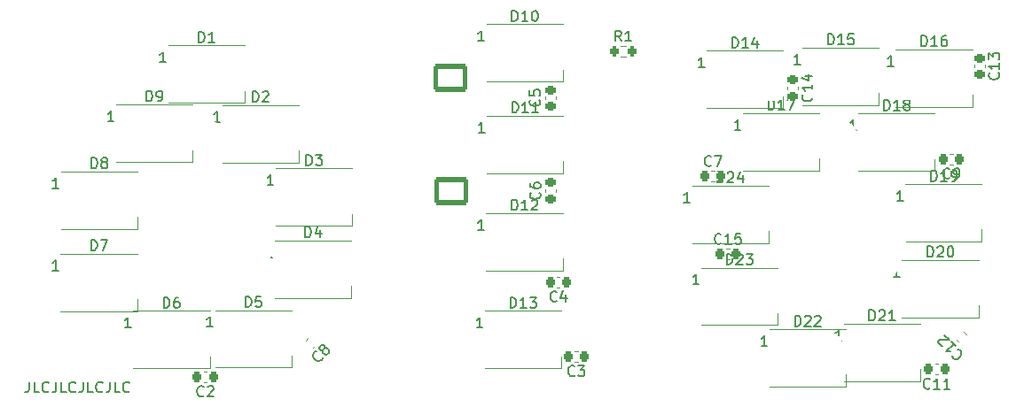
<source format=gbr>
%TF.GenerationSoftware,KiCad,Pcbnew,(6.0.9)*%
%TF.CreationDate,2023-04-01T13:25:34-08:00*%
%TF.ProjectId,HYD ISO PANEL,48594420-4953-44f2-9050-414e454c2e6b,3*%
%TF.SameCoordinates,Original*%
%TF.FileFunction,Legend,Top*%
%TF.FilePolarity,Positive*%
%FSLAX46Y46*%
G04 Gerber Fmt 4.6, Leading zero omitted, Abs format (unit mm)*
G04 Created by KiCad (PCBNEW (6.0.9)) date 2023-04-01 13:25:34*
%MOMM*%
%LPD*%
G01*
G04 APERTURE LIST*
G04 Aperture macros list*
%AMRoundRect*
0 Rectangle with rounded corners*
0 $1 Rounding radius*
0 $2 $3 $4 $5 $6 $7 $8 $9 X,Y pos of 4 corners*
0 Add a 4 corners polygon primitive as box body*
4,1,4,$2,$3,$4,$5,$6,$7,$8,$9,$2,$3,0*
0 Add four circle primitives for the rounded corners*
1,1,$1+$1,$2,$3*
1,1,$1+$1,$4,$5*
1,1,$1+$1,$6,$7*
1,1,$1+$1,$8,$9*
0 Add four rect primitives between the rounded corners*
20,1,$1+$1,$2,$3,$4,$5,0*
20,1,$1+$1,$4,$5,$6,$7,0*
20,1,$1+$1,$6,$7,$8,$9,0*
20,1,$1+$1,$8,$9,$2,$3,0*%
G04 Aperture macros list end*
%ADD10C,0.150000*%
%ADD11C,0.120000*%
%ADD12C,4.300000*%
%ADD13C,12.700000*%
%ADD14C,3.572000*%
%ADD15R,1.500000X0.900000*%
%ADD16RoundRect,0.225000X0.225000X0.250000X-0.225000X0.250000X-0.225000X-0.250000X0.225000X-0.250000X0*%
%ADD17RoundRect,0.225000X0.250000X-0.225000X0.250000X0.225000X-0.250000X0.225000X-0.250000X-0.225000X0*%
%ADD18RoundRect,0.225000X-0.225000X-0.250000X0.225000X-0.250000X0.225000X0.250000X-0.225000X0.250000X0*%
%ADD19RoundRect,0.225000X-0.017678X0.335876X-0.335876X0.017678X0.017678X-0.335876X0.335876X-0.017678X0*%
%ADD20RoundRect,0.225000X0.335876X0.017678X0.017678X0.335876X-0.335876X-0.017678X-0.017678X-0.335876X0*%
%ADD21RoundRect,0.225000X-0.250000X0.225000X-0.250000X-0.225000X0.250000X-0.225000X0.250000X0.225000X0*%
%ADD22RoundRect,0.200000X-0.200000X-0.275000X0.200000X-0.275000X0.200000X0.275000X-0.200000X0.275000X0*%
%ADD23RoundRect,0.250001X1.399999X-1.099999X1.399999X1.099999X-1.399999X1.099999X-1.399999X-1.099999X0*%
%ADD24O,3.300000X2.700000*%
%ADD25R,1.800000X1.800000*%
%ADD26C,1.800000*%
G04 APERTURE END LIST*
D10*
X74710952Y-97632380D02*
X74710952Y-98346666D01*
X74663333Y-98489523D01*
X74568095Y-98584761D01*
X74425238Y-98632380D01*
X74330000Y-98632380D01*
X75663333Y-98632380D02*
X75187142Y-98632380D01*
X75187142Y-97632380D01*
X76568095Y-98537142D02*
X76520476Y-98584761D01*
X76377619Y-98632380D01*
X76282380Y-98632380D01*
X76139523Y-98584761D01*
X76044285Y-98489523D01*
X75996666Y-98394285D01*
X75949047Y-98203809D01*
X75949047Y-98060952D01*
X75996666Y-97870476D01*
X76044285Y-97775238D01*
X76139523Y-97680000D01*
X76282380Y-97632380D01*
X76377619Y-97632380D01*
X76520476Y-97680000D01*
X76568095Y-97727619D01*
X77282380Y-97632380D02*
X77282380Y-98346666D01*
X77234761Y-98489523D01*
X77139523Y-98584761D01*
X76996666Y-98632380D01*
X76901428Y-98632380D01*
X78234761Y-98632380D02*
X77758571Y-98632380D01*
X77758571Y-97632380D01*
X79139523Y-98537142D02*
X79091904Y-98584761D01*
X78949047Y-98632380D01*
X78853809Y-98632380D01*
X78710952Y-98584761D01*
X78615714Y-98489523D01*
X78568095Y-98394285D01*
X78520476Y-98203809D01*
X78520476Y-98060952D01*
X78568095Y-97870476D01*
X78615714Y-97775238D01*
X78710952Y-97680000D01*
X78853809Y-97632380D01*
X78949047Y-97632380D01*
X79091904Y-97680000D01*
X79139523Y-97727619D01*
X79853809Y-97632380D02*
X79853809Y-98346666D01*
X79806190Y-98489523D01*
X79710952Y-98584761D01*
X79568095Y-98632380D01*
X79472857Y-98632380D01*
X80806190Y-98632380D02*
X80330000Y-98632380D01*
X80330000Y-97632380D01*
X81710952Y-98537142D02*
X81663333Y-98584761D01*
X81520476Y-98632380D01*
X81425238Y-98632380D01*
X81282380Y-98584761D01*
X81187142Y-98489523D01*
X81139523Y-98394285D01*
X81091904Y-98203809D01*
X81091904Y-98060952D01*
X81139523Y-97870476D01*
X81187142Y-97775238D01*
X81282380Y-97680000D01*
X81425238Y-97632380D01*
X81520476Y-97632380D01*
X81663333Y-97680000D01*
X81710952Y-97727619D01*
X82425238Y-97632380D02*
X82425238Y-98346666D01*
X82377619Y-98489523D01*
X82282380Y-98584761D01*
X82139523Y-98632380D01*
X82044285Y-98632380D01*
X83377619Y-98632380D02*
X82901428Y-98632380D01*
X82901428Y-97632380D01*
X84282380Y-98537142D02*
X84234761Y-98584761D01*
X84091904Y-98632380D01*
X83996666Y-98632380D01*
X83853809Y-98584761D01*
X83758571Y-98489523D01*
X83710952Y-98394285D01*
X83663333Y-98203809D01*
X83663333Y-98060952D01*
X83710952Y-97870476D01*
X83758571Y-97775238D01*
X83853809Y-97680000D01*
X83996666Y-97632380D01*
X84091904Y-97632380D01*
X84234761Y-97680000D01*
X84282380Y-97727619D01*
%TO.C,D1*%
X90893504Y-65151180D02*
X90893504Y-64151180D01*
X91131600Y-64151180D01*
X91274457Y-64198800D01*
X91369695Y-64294038D01*
X91417314Y-64389276D01*
X91464933Y-64579752D01*
X91464933Y-64722609D01*
X91417314Y-64913085D01*
X91369695Y-65008323D01*
X91274457Y-65103561D01*
X91131600Y-65151180D01*
X90893504Y-65151180D01*
X92417314Y-65151180D02*
X91845885Y-65151180D01*
X92131600Y-65151180D02*
X92131600Y-64151180D01*
X92036361Y-64294038D01*
X91941123Y-64389276D01*
X91845885Y-64436895D01*
X87767314Y-67051180D02*
X87195885Y-67051180D01*
X87481600Y-67051180D02*
X87481600Y-66051180D01*
X87386361Y-66194038D01*
X87291123Y-66289276D01*
X87195885Y-66336895D01*
%TO.C,D2*%
X96047504Y-70840780D02*
X96047504Y-69840780D01*
X96285600Y-69840780D01*
X96428457Y-69888400D01*
X96523695Y-69983638D01*
X96571314Y-70078876D01*
X96618933Y-70269352D01*
X96618933Y-70412209D01*
X96571314Y-70602685D01*
X96523695Y-70697923D01*
X96428457Y-70793161D01*
X96285600Y-70840780D01*
X96047504Y-70840780D01*
X96999885Y-69936019D02*
X97047504Y-69888400D01*
X97142742Y-69840780D01*
X97380838Y-69840780D01*
X97476076Y-69888400D01*
X97523695Y-69936019D01*
X97571314Y-70031257D01*
X97571314Y-70126495D01*
X97523695Y-70269352D01*
X96952266Y-70840780D01*
X97571314Y-70840780D01*
X92921314Y-72740780D02*
X92349885Y-72740780D01*
X92635600Y-72740780D02*
X92635600Y-71740780D01*
X92540361Y-71883638D01*
X92445123Y-71978876D01*
X92349885Y-72026495D01*
%TO.C,D3*%
X101166704Y-76911580D02*
X101166704Y-75911580D01*
X101404800Y-75911580D01*
X101547657Y-75959200D01*
X101642895Y-76054438D01*
X101690514Y-76149676D01*
X101738133Y-76340152D01*
X101738133Y-76483009D01*
X101690514Y-76673485D01*
X101642895Y-76768723D01*
X101547657Y-76863961D01*
X101404800Y-76911580D01*
X101166704Y-76911580D01*
X102071466Y-75911580D02*
X102690514Y-75911580D01*
X102357180Y-76292533D01*
X102500038Y-76292533D01*
X102595276Y-76340152D01*
X102642895Y-76387771D01*
X102690514Y-76483009D01*
X102690514Y-76721104D01*
X102642895Y-76816342D01*
X102595276Y-76863961D01*
X102500038Y-76911580D01*
X102214323Y-76911580D01*
X102119085Y-76863961D01*
X102071466Y-76816342D01*
X98040514Y-78811580D02*
X97469085Y-78811580D01*
X97754800Y-78811580D02*
X97754800Y-77811580D01*
X97659561Y-77954438D01*
X97564323Y-78049676D01*
X97469085Y-78097295D01*
%TO.C,D4*%
X101076704Y-83794780D02*
X101076704Y-82794780D01*
X101314800Y-82794780D01*
X101457657Y-82842400D01*
X101552895Y-82937638D01*
X101600514Y-83032876D01*
X101648133Y-83223352D01*
X101648133Y-83366209D01*
X101600514Y-83556685D01*
X101552895Y-83651923D01*
X101457657Y-83747161D01*
X101314800Y-83794780D01*
X101076704Y-83794780D01*
X102505276Y-83128114D02*
X102505276Y-83794780D01*
X102267180Y-82747161D02*
X102029085Y-83461447D01*
X102648133Y-83461447D01*
X97950514Y-85694780D02*
X97379085Y-85694780D01*
X97664800Y-85694780D02*
X97664800Y-84694780D01*
X97569561Y-84837638D01*
X97474323Y-84932876D01*
X97379085Y-84980495D01*
%TO.C,D5*%
X95375504Y-90475180D02*
X95375504Y-89475180D01*
X95613600Y-89475180D01*
X95756457Y-89522800D01*
X95851695Y-89618038D01*
X95899314Y-89713276D01*
X95946933Y-89903752D01*
X95946933Y-90046609D01*
X95899314Y-90237085D01*
X95851695Y-90332323D01*
X95756457Y-90427561D01*
X95613600Y-90475180D01*
X95375504Y-90475180D01*
X96851695Y-89475180D02*
X96375504Y-89475180D01*
X96327885Y-89951371D01*
X96375504Y-89903752D01*
X96470742Y-89856133D01*
X96708838Y-89856133D01*
X96804076Y-89903752D01*
X96851695Y-89951371D01*
X96899314Y-90046609D01*
X96899314Y-90284704D01*
X96851695Y-90379942D01*
X96804076Y-90427561D01*
X96708838Y-90475180D01*
X96470742Y-90475180D01*
X96375504Y-90427561D01*
X96327885Y-90379942D01*
X92249314Y-92375180D02*
X91677885Y-92375180D01*
X91963600Y-92375180D02*
X91963600Y-91375180D01*
X91868361Y-91518038D01*
X91773123Y-91613276D01*
X91677885Y-91660895D01*
%TO.C,D6*%
X87563904Y-90551180D02*
X87563904Y-89551180D01*
X87802000Y-89551180D01*
X87944857Y-89598800D01*
X88040095Y-89694038D01*
X88087714Y-89789276D01*
X88135333Y-89979752D01*
X88135333Y-90122609D01*
X88087714Y-90313085D01*
X88040095Y-90408323D01*
X87944857Y-90503561D01*
X87802000Y-90551180D01*
X87563904Y-90551180D01*
X88992476Y-89551180D02*
X88802000Y-89551180D01*
X88706761Y-89598800D01*
X88659142Y-89646419D01*
X88563904Y-89789276D01*
X88516285Y-89979752D01*
X88516285Y-90360704D01*
X88563904Y-90455942D01*
X88611523Y-90503561D01*
X88706761Y-90551180D01*
X88897238Y-90551180D01*
X88992476Y-90503561D01*
X89040095Y-90455942D01*
X89087714Y-90360704D01*
X89087714Y-90122609D01*
X89040095Y-90027371D01*
X88992476Y-89979752D01*
X88897238Y-89932133D01*
X88706761Y-89932133D01*
X88611523Y-89979752D01*
X88563904Y-90027371D01*
X88516285Y-90122609D01*
X84437714Y-92451180D02*
X83866285Y-92451180D01*
X84152000Y-92451180D02*
X84152000Y-91451180D01*
X84056761Y-91594038D01*
X83961523Y-91689276D01*
X83866285Y-91736895D01*
%TO.C,D7*%
X80631904Y-85065180D02*
X80631904Y-84065180D01*
X80870000Y-84065180D01*
X81012857Y-84112800D01*
X81108095Y-84208038D01*
X81155714Y-84303276D01*
X81203333Y-84493752D01*
X81203333Y-84636609D01*
X81155714Y-84827085D01*
X81108095Y-84922323D01*
X81012857Y-85017561D01*
X80870000Y-85065180D01*
X80631904Y-85065180D01*
X81536666Y-84065180D02*
X82203333Y-84065180D01*
X81774761Y-85065180D01*
X77505714Y-86965180D02*
X76934285Y-86965180D01*
X77220000Y-86965180D02*
X77220000Y-85965180D01*
X77124761Y-86108038D01*
X77029523Y-86203276D01*
X76934285Y-86250895D01*
%TO.C,D8*%
X80655104Y-77191180D02*
X80655104Y-76191180D01*
X80893200Y-76191180D01*
X81036057Y-76238800D01*
X81131295Y-76334038D01*
X81178914Y-76429276D01*
X81226533Y-76619752D01*
X81226533Y-76762609D01*
X81178914Y-76953085D01*
X81131295Y-77048323D01*
X81036057Y-77143561D01*
X80893200Y-77191180D01*
X80655104Y-77191180D01*
X81797961Y-76619752D02*
X81702723Y-76572133D01*
X81655104Y-76524514D01*
X81607485Y-76429276D01*
X81607485Y-76381657D01*
X81655104Y-76286419D01*
X81702723Y-76238800D01*
X81797961Y-76191180D01*
X81988438Y-76191180D01*
X82083676Y-76238800D01*
X82131295Y-76286419D01*
X82178914Y-76381657D01*
X82178914Y-76429276D01*
X82131295Y-76524514D01*
X82083676Y-76572133D01*
X81988438Y-76619752D01*
X81797961Y-76619752D01*
X81702723Y-76667371D01*
X81655104Y-76714990D01*
X81607485Y-76810228D01*
X81607485Y-77000704D01*
X81655104Y-77095942D01*
X81702723Y-77143561D01*
X81797961Y-77191180D01*
X81988438Y-77191180D01*
X82083676Y-77143561D01*
X82131295Y-77095942D01*
X82178914Y-77000704D01*
X82178914Y-76810228D01*
X82131295Y-76714990D01*
X82083676Y-76667371D01*
X81988438Y-76619752D01*
X77528914Y-79091180D02*
X76957485Y-79091180D01*
X77243200Y-79091180D02*
X77243200Y-78091180D01*
X77147961Y-78234038D01*
X77052723Y-78329276D01*
X76957485Y-78376895D01*
%TO.C,D9*%
X85915104Y-70789980D02*
X85915104Y-69789980D01*
X86153200Y-69789980D01*
X86296057Y-69837600D01*
X86391295Y-69932838D01*
X86438914Y-70028076D01*
X86486533Y-70218552D01*
X86486533Y-70361409D01*
X86438914Y-70551885D01*
X86391295Y-70647123D01*
X86296057Y-70742361D01*
X86153200Y-70789980D01*
X85915104Y-70789980D01*
X86962723Y-70789980D02*
X87153200Y-70789980D01*
X87248438Y-70742361D01*
X87296057Y-70694742D01*
X87391295Y-70551885D01*
X87438914Y-70361409D01*
X87438914Y-69980457D01*
X87391295Y-69885219D01*
X87343676Y-69837600D01*
X87248438Y-69789980D01*
X87057961Y-69789980D01*
X86962723Y-69837600D01*
X86915104Y-69885219D01*
X86867485Y-69980457D01*
X86867485Y-70218552D01*
X86915104Y-70313790D01*
X86962723Y-70361409D01*
X87057961Y-70409028D01*
X87248438Y-70409028D01*
X87343676Y-70361409D01*
X87391295Y-70313790D01*
X87438914Y-70218552D01*
X82788914Y-72689980D02*
X82217485Y-72689980D01*
X82503200Y-72689980D02*
X82503200Y-71689980D01*
X82407961Y-71832838D01*
X82312723Y-71928076D01*
X82217485Y-71975695D01*
%TO.C,D10*%
X120807314Y-63119180D02*
X120807314Y-62119180D01*
X121045409Y-62119180D01*
X121188266Y-62166800D01*
X121283504Y-62262038D01*
X121331123Y-62357276D01*
X121378742Y-62547752D01*
X121378742Y-62690609D01*
X121331123Y-62881085D01*
X121283504Y-62976323D01*
X121188266Y-63071561D01*
X121045409Y-63119180D01*
X120807314Y-63119180D01*
X122331123Y-63119180D02*
X121759695Y-63119180D01*
X122045409Y-63119180D02*
X122045409Y-62119180D01*
X121950171Y-62262038D01*
X121854933Y-62357276D01*
X121759695Y-62404895D01*
X122950171Y-62119180D02*
X123045409Y-62119180D01*
X123140647Y-62166800D01*
X123188266Y-62214419D01*
X123235885Y-62309657D01*
X123283504Y-62500133D01*
X123283504Y-62738228D01*
X123235885Y-62928704D01*
X123188266Y-63023942D01*
X123140647Y-63071561D01*
X123045409Y-63119180D01*
X122950171Y-63119180D01*
X122854933Y-63071561D01*
X122807314Y-63023942D01*
X122759695Y-62928704D01*
X122712076Y-62738228D01*
X122712076Y-62500133D01*
X122759695Y-62309657D01*
X122807314Y-62214419D01*
X122854933Y-62166800D01*
X122950171Y-62119180D01*
X118157314Y-65019180D02*
X117585885Y-65019180D01*
X117871600Y-65019180D02*
X117871600Y-64019180D01*
X117776361Y-64162038D01*
X117681123Y-64257276D01*
X117585885Y-64304895D01*
%TO.C,D11*%
X120846514Y-71856780D02*
X120846514Y-70856780D01*
X121084609Y-70856780D01*
X121227466Y-70904400D01*
X121322704Y-70999638D01*
X121370323Y-71094876D01*
X121417942Y-71285352D01*
X121417942Y-71428209D01*
X121370323Y-71618685D01*
X121322704Y-71713923D01*
X121227466Y-71809161D01*
X121084609Y-71856780D01*
X120846514Y-71856780D01*
X122370323Y-71856780D02*
X121798895Y-71856780D01*
X122084609Y-71856780D02*
X122084609Y-70856780D01*
X121989371Y-70999638D01*
X121894133Y-71094876D01*
X121798895Y-71142495D01*
X123322704Y-71856780D02*
X122751276Y-71856780D01*
X123036990Y-71856780D02*
X123036990Y-70856780D01*
X122941752Y-70999638D01*
X122846514Y-71094876D01*
X122751276Y-71142495D01*
X118196514Y-73756780D02*
X117625085Y-73756780D01*
X117910800Y-73756780D02*
X117910800Y-72756780D01*
X117815561Y-72899638D01*
X117720323Y-72994876D01*
X117625085Y-73042495D01*
%TO.C,D12*%
X120795714Y-81203980D02*
X120795714Y-80203980D01*
X121033809Y-80203980D01*
X121176666Y-80251600D01*
X121271904Y-80346838D01*
X121319523Y-80442076D01*
X121367142Y-80632552D01*
X121367142Y-80775409D01*
X121319523Y-80965885D01*
X121271904Y-81061123D01*
X121176666Y-81156361D01*
X121033809Y-81203980D01*
X120795714Y-81203980D01*
X122319523Y-81203980D02*
X121748095Y-81203980D01*
X122033809Y-81203980D02*
X122033809Y-80203980D01*
X121938571Y-80346838D01*
X121843333Y-80442076D01*
X121748095Y-80489695D01*
X122700476Y-80299219D02*
X122748095Y-80251600D01*
X122843333Y-80203980D01*
X123081428Y-80203980D01*
X123176666Y-80251600D01*
X123224285Y-80299219D01*
X123271904Y-80394457D01*
X123271904Y-80489695D01*
X123224285Y-80632552D01*
X122652857Y-81203980D01*
X123271904Y-81203980D01*
X118145714Y-83103980D02*
X117574285Y-83103980D01*
X117860000Y-83103980D02*
X117860000Y-82103980D01*
X117764761Y-82246838D01*
X117669523Y-82342076D01*
X117574285Y-82389695D01*
%TO.C,D13*%
X120666514Y-90551180D02*
X120666514Y-89551180D01*
X120904609Y-89551180D01*
X121047466Y-89598800D01*
X121142704Y-89694038D01*
X121190323Y-89789276D01*
X121237942Y-89979752D01*
X121237942Y-90122609D01*
X121190323Y-90313085D01*
X121142704Y-90408323D01*
X121047466Y-90503561D01*
X120904609Y-90551180D01*
X120666514Y-90551180D01*
X122190323Y-90551180D02*
X121618895Y-90551180D01*
X121904609Y-90551180D02*
X121904609Y-89551180D01*
X121809371Y-89694038D01*
X121714133Y-89789276D01*
X121618895Y-89836895D01*
X122523657Y-89551180D02*
X123142704Y-89551180D01*
X122809371Y-89932133D01*
X122952228Y-89932133D01*
X123047466Y-89979752D01*
X123095085Y-90027371D01*
X123142704Y-90122609D01*
X123142704Y-90360704D01*
X123095085Y-90455942D01*
X123047466Y-90503561D01*
X122952228Y-90551180D01*
X122666514Y-90551180D01*
X122571276Y-90503561D01*
X122523657Y-90455942D01*
X118016514Y-92451180D02*
X117445085Y-92451180D01*
X117730800Y-92451180D02*
X117730800Y-91451180D01*
X117635561Y-91594038D01*
X117540323Y-91689276D01*
X117445085Y-91736895D01*
%TO.C,D14*%
X141850114Y-65659180D02*
X141850114Y-64659180D01*
X142088209Y-64659180D01*
X142231066Y-64706800D01*
X142326304Y-64802038D01*
X142373923Y-64897276D01*
X142421542Y-65087752D01*
X142421542Y-65230609D01*
X142373923Y-65421085D01*
X142326304Y-65516323D01*
X142231066Y-65611561D01*
X142088209Y-65659180D01*
X141850114Y-65659180D01*
X143373923Y-65659180D02*
X142802495Y-65659180D01*
X143088209Y-65659180D02*
X143088209Y-64659180D01*
X142992971Y-64802038D01*
X142897733Y-64897276D01*
X142802495Y-64944895D01*
X144231066Y-64992514D02*
X144231066Y-65659180D01*
X143992971Y-64611561D02*
X143754876Y-65325847D01*
X144373923Y-65325847D01*
X139200114Y-67559180D02*
X138628685Y-67559180D01*
X138914400Y-67559180D02*
X138914400Y-66559180D01*
X138819161Y-66702038D01*
X138723923Y-66797276D01*
X138628685Y-66844895D01*
%TO.C,D15*%
X150994114Y-65354380D02*
X150994114Y-64354380D01*
X151232209Y-64354380D01*
X151375066Y-64402000D01*
X151470304Y-64497238D01*
X151517923Y-64592476D01*
X151565542Y-64782952D01*
X151565542Y-64925809D01*
X151517923Y-65116285D01*
X151470304Y-65211523D01*
X151375066Y-65306761D01*
X151232209Y-65354380D01*
X150994114Y-65354380D01*
X152517923Y-65354380D02*
X151946495Y-65354380D01*
X152232209Y-65354380D02*
X152232209Y-64354380D01*
X152136971Y-64497238D01*
X152041733Y-64592476D01*
X151946495Y-64640095D01*
X153422685Y-64354380D02*
X152946495Y-64354380D01*
X152898876Y-64830571D01*
X152946495Y-64782952D01*
X153041733Y-64735333D01*
X153279828Y-64735333D01*
X153375066Y-64782952D01*
X153422685Y-64830571D01*
X153470304Y-64925809D01*
X153470304Y-65163904D01*
X153422685Y-65259142D01*
X153375066Y-65306761D01*
X153279828Y-65354380D01*
X153041733Y-65354380D01*
X152946495Y-65306761D01*
X152898876Y-65259142D01*
X148344114Y-67254380D02*
X147772685Y-67254380D01*
X148058400Y-67254380D02*
X148058400Y-66254380D01*
X147963161Y-66397238D01*
X147867923Y-66492476D01*
X147772685Y-66540095D01*
%TO.C,D16*%
X159911714Y-65506780D02*
X159911714Y-64506780D01*
X160149809Y-64506780D01*
X160292666Y-64554400D01*
X160387904Y-64649638D01*
X160435523Y-64744876D01*
X160483142Y-64935352D01*
X160483142Y-65078209D01*
X160435523Y-65268685D01*
X160387904Y-65363923D01*
X160292666Y-65459161D01*
X160149809Y-65506780D01*
X159911714Y-65506780D01*
X161435523Y-65506780D02*
X160864095Y-65506780D01*
X161149809Y-65506780D02*
X161149809Y-64506780D01*
X161054571Y-64649638D01*
X160959333Y-64744876D01*
X160864095Y-64792495D01*
X162292666Y-64506780D02*
X162102190Y-64506780D01*
X162006952Y-64554400D01*
X161959333Y-64602019D01*
X161864095Y-64744876D01*
X161816476Y-64935352D01*
X161816476Y-65316304D01*
X161864095Y-65411542D01*
X161911714Y-65459161D01*
X162006952Y-65506780D01*
X162197428Y-65506780D01*
X162292666Y-65459161D01*
X162340285Y-65411542D01*
X162387904Y-65316304D01*
X162387904Y-65078209D01*
X162340285Y-64982971D01*
X162292666Y-64935352D01*
X162197428Y-64887733D01*
X162006952Y-64887733D01*
X161911714Y-64935352D01*
X161864095Y-64982971D01*
X161816476Y-65078209D01*
X157261714Y-67406780D02*
X156690285Y-67406780D01*
X156976000Y-67406780D02*
X156976000Y-66406780D01*
X156880761Y-66549638D01*
X156785523Y-66644876D01*
X156690285Y-66692495D01*
%TO.C,D17*%
X145292914Y-71628380D02*
X145292914Y-70628380D01*
X145531009Y-70628380D01*
X145673866Y-70676000D01*
X145769104Y-70771238D01*
X145816723Y-70866476D01*
X145864342Y-71056952D01*
X145864342Y-71199809D01*
X145816723Y-71390285D01*
X145769104Y-71485523D01*
X145673866Y-71580761D01*
X145531009Y-71628380D01*
X145292914Y-71628380D01*
X146816723Y-71628380D02*
X146245295Y-71628380D01*
X146531009Y-71628380D02*
X146531009Y-70628380D01*
X146435771Y-70771238D01*
X146340533Y-70866476D01*
X146245295Y-70914095D01*
X147150057Y-70628380D02*
X147816723Y-70628380D01*
X147388152Y-71628380D01*
X142642914Y-73528380D02*
X142071485Y-73528380D01*
X142357200Y-73528380D02*
X142357200Y-72528380D01*
X142261961Y-72671238D01*
X142166723Y-72766476D01*
X142071485Y-72814095D01*
%TO.C,D18*%
X156328114Y-71653580D02*
X156328114Y-70653580D01*
X156566209Y-70653580D01*
X156709066Y-70701200D01*
X156804304Y-70796438D01*
X156851923Y-70891676D01*
X156899542Y-71082152D01*
X156899542Y-71225009D01*
X156851923Y-71415485D01*
X156804304Y-71510723D01*
X156709066Y-71605961D01*
X156566209Y-71653580D01*
X156328114Y-71653580D01*
X157851923Y-71653580D02*
X157280495Y-71653580D01*
X157566209Y-71653580D02*
X157566209Y-70653580D01*
X157470971Y-70796438D01*
X157375733Y-70891676D01*
X157280495Y-70939295D01*
X158423352Y-71082152D02*
X158328114Y-71034533D01*
X158280495Y-70986914D01*
X158232876Y-70891676D01*
X158232876Y-70844057D01*
X158280495Y-70748819D01*
X158328114Y-70701200D01*
X158423352Y-70653580D01*
X158613828Y-70653580D01*
X158709066Y-70701200D01*
X158756685Y-70748819D01*
X158804304Y-70844057D01*
X158804304Y-70891676D01*
X158756685Y-70986914D01*
X158709066Y-71034533D01*
X158613828Y-71082152D01*
X158423352Y-71082152D01*
X158328114Y-71129771D01*
X158280495Y-71177390D01*
X158232876Y-71272628D01*
X158232876Y-71463104D01*
X158280495Y-71558342D01*
X158328114Y-71605961D01*
X158423352Y-71653580D01*
X158613828Y-71653580D01*
X158709066Y-71605961D01*
X158756685Y-71558342D01*
X158804304Y-71463104D01*
X158804304Y-71272628D01*
X158756685Y-71177390D01*
X158709066Y-71129771D01*
X158613828Y-71082152D01*
X153678114Y-73553580D02*
X153106685Y-73553580D01*
X153392400Y-73553580D02*
X153392400Y-72553580D01*
X153297161Y-72696438D01*
X153201923Y-72791676D01*
X153106685Y-72839295D01*
%TO.C,D24*%
X140455314Y-78562380D02*
X140455314Y-77562380D01*
X140693409Y-77562380D01*
X140836266Y-77610000D01*
X140931504Y-77705238D01*
X140979123Y-77800476D01*
X141026742Y-77990952D01*
X141026742Y-78133809D01*
X140979123Y-78324285D01*
X140931504Y-78419523D01*
X140836266Y-78514761D01*
X140693409Y-78562380D01*
X140455314Y-78562380D01*
X141407695Y-77657619D02*
X141455314Y-77610000D01*
X141550552Y-77562380D01*
X141788647Y-77562380D01*
X141883885Y-77610000D01*
X141931504Y-77657619D01*
X141979123Y-77752857D01*
X141979123Y-77848095D01*
X141931504Y-77990952D01*
X141360076Y-78562380D01*
X141979123Y-78562380D01*
X142836266Y-77895714D02*
X142836266Y-78562380D01*
X142598171Y-77514761D02*
X142360076Y-78229047D01*
X142979123Y-78229047D01*
X137805314Y-80462380D02*
X137233885Y-80462380D01*
X137519600Y-80462380D02*
X137519600Y-79462380D01*
X137424361Y-79605238D01*
X137329123Y-79700476D01*
X137233885Y-79748095D01*
%TO.C,D19*%
X160826114Y-78410380D02*
X160826114Y-77410380D01*
X161064209Y-77410380D01*
X161207066Y-77458000D01*
X161302304Y-77553238D01*
X161349923Y-77648476D01*
X161397542Y-77838952D01*
X161397542Y-77981809D01*
X161349923Y-78172285D01*
X161302304Y-78267523D01*
X161207066Y-78362761D01*
X161064209Y-78410380D01*
X160826114Y-78410380D01*
X162349923Y-78410380D02*
X161778495Y-78410380D01*
X162064209Y-78410380D02*
X162064209Y-77410380D01*
X161968971Y-77553238D01*
X161873733Y-77648476D01*
X161778495Y-77696095D01*
X162826114Y-78410380D02*
X163016590Y-78410380D01*
X163111828Y-78362761D01*
X163159447Y-78315142D01*
X163254685Y-78172285D01*
X163302304Y-77981809D01*
X163302304Y-77600857D01*
X163254685Y-77505619D01*
X163207066Y-77458000D01*
X163111828Y-77410380D01*
X162921352Y-77410380D01*
X162826114Y-77458000D01*
X162778495Y-77505619D01*
X162730876Y-77600857D01*
X162730876Y-77838952D01*
X162778495Y-77934190D01*
X162826114Y-77981809D01*
X162921352Y-78029428D01*
X163111828Y-78029428D01*
X163207066Y-77981809D01*
X163254685Y-77934190D01*
X163302304Y-77838952D01*
X158176114Y-80310380D02*
X157604685Y-80310380D01*
X157890400Y-80310380D02*
X157890400Y-79310380D01*
X157795161Y-79453238D01*
X157699923Y-79548476D01*
X157604685Y-79596095D01*
%TO.C,D23*%
X141318914Y-86411180D02*
X141318914Y-85411180D01*
X141557009Y-85411180D01*
X141699866Y-85458800D01*
X141795104Y-85554038D01*
X141842723Y-85649276D01*
X141890342Y-85839752D01*
X141890342Y-85982609D01*
X141842723Y-86173085D01*
X141795104Y-86268323D01*
X141699866Y-86363561D01*
X141557009Y-86411180D01*
X141318914Y-86411180D01*
X142271295Y-85506419D02*
X142318914Y-85458800D01*
X142414152Y-85411180D01*
X142652247Y-85411180D01*
X142747485Y-85458800D01*
X142795104Y-85506419D01*
X142842723Y-85601657D01*
X142842723Y-85696895D01*
X142795104Y-85839752D01*
X142223676Y-86411180D01*
X142842723Y-86411180D01*
X143176057Y-85411180D02*
X143795104Y-85411180D01*
X143461771Y-85792133D01*
X143604628Y-85792133D01*
X143699866Y-85839752D01*
X143747485Y-85887371D01*
X143795104Y-85982609D01*
X143795104Y-86220704D01*
X143747485Y-86315942D01*
X143699866Y-86363561D01*
X143604628Y-86411180D01*
X143318914Y-86411180D01*
X143223676Y-86363561D01*
X143176057Y-86315942D01*
X138668914Y-88311180D02*
X138097485Y-88311180D01*
X138383200Y-88311180D02*
X138383200Y-87311180D01*
X138287961Y-87454038D01*
X138192723Y-87549276D01*
X138097485Y-87596895D01*
%TO.C,D20*%
X160493714Y-85674380D02*
X160493714Y-84674380D01*
X160731809Y-84674380D01*
X160874666Y-84722000D01*
X160969904Y-84817238D01*
X161017523Y-84912476D01*
X161065142Y-85102952D01*
X161065142Y-85245809D01*
X161017523Y-85436285D01*
X160969904Y-85531523D01*
X160874666Y-85626761D01*
X160731809Y-85674380D01*
X160493714Y-85674380D01*
X161446095Y-84769619D02*
X161493714Y-84722000D01*
X161588952Y-84674380D01*
X161827047Y-84674380D01*
X161922285Y-84722000D01*
X161969904Y-84769619D01*
X162017523Y-84864857D01*
X162017523Y-84960095D01*
X161969904Y-85102952D01*
X161398476Y-85674380D01*
X162017523Y-85674380D01*
X162636571Y-84674380D02*
X162731809Y-84674380D01*
X162827047Y-84722000D01*
X162874666Y-84769619D01*
X162922285Y-84864857D01*
X162969904Y-85055333D01*
X162969904Y-85293428D01*
X162922285Y-85483904D01*
X162874666Y-85579142D01*
X162827047Y-85626761D01*
X162731809Y-85674380D01*
X162636571Y-85674380D01*
X162541333Y-85626761D01*
X162493714Y-85579142D01*
X162446095Y-85483904D01*
X162398476Y-85293428D01*
X162398476Y-85055333D01*
X162446095Y-84864857D01*
X162493714Y-84769619D01*
X162541333Y-84722000D01*
X162636571Y-84674380D01*
X157843714Y-87574380D02*
X157272285Y-87574380D01*
X157558000Y-87574380D02*
X157558000Y-86574380D01*
X157462761Y-86717238D01*
X157367523Y-86812476D01*
X157272285Y-86860095D01*
%TO.C,D22*%
X147832914Y-92303980D02*
X147832914Y-91303980D01*
X148071009Y-91303980D01*
X148213866Y-91351600D01*
X148309104Y-91446838D01*
X148356723Y-91542076D01*
X148404342Y-91732552D01*
X148404342Y-91875409D01*
X148356723Y-92065885D01*
X148309104Y-92161123D01*
X148213866Y-92256361D01*
X148071009Y-92303980D01*
X147832914Y-92303980D01*
X148785295Y-91399219D02*
X148832914Y-91351600D01*
X148928152Y-91303980D01*
X149166247Y-91303980D01*
X149261485Y-91351600D01*
X149309104Y-91399219D01*
X149356723Y-91494457D01*
X149356723Y-91589695D01*
X149309104Y-91732552D01*
X148737676Y-92303980D01*
X149356723Y-92303980D01*
X149737676Y-91399219D02*
X149785295Y-91351600D01*
X149880533Y-91303980D01*
X150118628Y-91303980D01*
X150213866Y-91351600D01*
X150261485Y-91399219D01*
X150309104Y-91494457D01*
X150309104Y-91589695D01*
X150261485Y-91732552D01*
X149690057Y-92303980D01*
X150309104Y-92303980D01*
X145182914Y-94203980D02*
X144611485Y-94203980D01*
X144897200Y-94203980D02*
X144897200Y-93203980D01*
X144801961Y-93346838D01*
X144706723Y-93442076D01*
X144611485Y-93489695D01*
%TO.C,D21*%
X154933314Y-91770380D02*
X154933314Y-90770380D01*
X155171409Y-90770380D01*
X155314266Y-90818000D01*
X155409504Y-90913238D01*
X155457123Y-91008476D01*
X155504742Y-91198952D01*
X155504742Y-91341809D01*
X155457123Y-91532285D01*
X155409504Y-91627523D01*
X155314266Y-91722761D01*
X155171409Y-91770380D01*
X154933314Y-91770380D01*
X155885695Y-90865619D02*
X155933314Y-90818000D01*
X156028552Y-90770380D01*
X156266647Y-90770380D01*
X156361885Y-90818000D01*
X156409504Y-90865619D01*
X156457123Y-90960857D01*
X156457123Y-91056095D01*
X156409504Y-91198952D01*
X155838076Y-91770380D01*
X156457123Y-91770380D01*
X157409504Y-91770380D02*
X156838076Y-91770380D01*
X157123790Y-91770380D02*
X157123790Y-90770380D01*
X157028552Y-90913238D01*
X156933314Y-91008476D01*
X156838076Y-91056095D01*
X152283314Y-93670380D02*
X151711885Y-93670380D01*
X151997600Y-93670380D02*
X151997600Y-92670380D01*
X151902361Y-92813238D01*
X151807123Y-92908476D01*
X151711885Y-92956095D01*
%TO.C,C2*%
X91362333Y-98944682D02*
X91314714Y-98992301D01*
X91171857Y-99039920D01*
X91076619Y-99039920D01*
X90933761Y-98992301D01*
X90838523Y-98897063D01*
X90790904Y-98801825D01*
X90743285Y-98611349D01*
X90743285Y-98468492D01*
X90790904Y-98278016D01*
X90838523Y-98182778D01*
X90933761Y-98087540D01*
X91076619Y-98039920D01*
X91171857Y-98039920D01*
X91314714Y-98087540D01*
X91362333Y-98135159D01*
X91743285Y-98135159D02*
X91790904Y-98087540D01*
X91886142Y-98039920D01*
X92124238Y-98039920D01*
X92219476Y-98087540D01*
X92267095Y-98135159D01*
X92314714Y-98230397D01*
X92314714Y-98325635D01*
X92267095Y-98468492D01*
X91695666Y-99039920D01*
X92314714Y-99039920D01*
%TO.C,C3*%
X126802953Y-96993962D02*
X126755334Y-97041581D01*
X126612477Y-97089200D01*
X126517239Y-97089200D01*
X126374381Y-97041581D01*
X126279143Y-96946343D01*
X126231524Y-96851105D01*
X126183905Y-96660629D01*
X126183905Y-96517772D01*
X126231524Y-96327296D01*
X126279143Y-96232058D01*
X126374381Y-96136820D01*
X126517239Y-96089200D01*
X126612477Y-96089200D01*
X126755334Y-96136820D01*
X126802953Y-96184439D01*
X127136286Y-96089200D02*
X127755334Y-96089200D01*
X127422000Y-96470153D01*
X127564858Y-96470153D01*
X127660096Y-96517772D01*
X127707715Y-96565391D01*
X127755334Y-96660629D01*
X127755334Y-96898724D01*
X127707715Y-96993962D01*
X127660096Y-97041581D01*
X127564858Y-97089200D01*
X127279143Y-97089200D01*
X127183905Y-97041581D01*
X127136286Y-96993962D01*
%TO.C,C4*%
X125080633Y-89856562D02*
X125033014Y-89904181D01*
X124890157Y-89951800D01*
X124794919Y-89951800D01*
X124652061Y-89904181D01*
X124556823Y-89808943D01*
X124509204Y-89713705D01*
X124461585Y-89523229D01*
X124461585Y-89380372D01*
X124509204Y-89189896D01*
X124556823Y-89094658D01*
X124652061Y-88999420D01*
X124794919Y-88951800D01*
X124890157Y-88951800D01*
X125033014Y-88999420D01*
X125080633Y-89047039D01*
X125937776Y-89285134D02*
X125937776Y-89951800D01*
X125699680Y-88904181D02*
X125461585Y-89618467D01*
X126080633Y-89618467D01*
%TO.C,C5*%
X123407462Y-70636326D02*
X123455081Y-70683945D01*
X123502700Y-70826802D01*
X123502700Y-70922040D01*
X123455081Y-71064898D01*
X123359843Y-71160136D01*
X123264605Y-71207755D01*
X123074129Y-71255374D01*
X122931272Y-71255374D01*
X122740796Y-71207755D01*
X122645558Y-71160136D01*
X122550320Y-71064898D01*
X122502700Y-70922040D01*
X122502700Y-70826802D01*
X122550320Y-70683945D01*
X122597939Y-70636326D01*
X122502700Y-69731564D02*
X122502700Y-70207755D01*
X122978891Y-70255374D01*
X122931272Y-70207755D01*
X122883653Y-70112517D01*
X122883653Y-69874421D01*
X122931272Y-69779183D01*
X122978891Y-69731564D01*
X123074129Y-69683945D01*
X123312224Y-69683945D01*
X123407462Y-69731564D01*
X123455081Y-69779183D01*
X123502700Y-69874421D01*
X123502700Y-70112517D01*
X123455081Y-70207755D01*
X123407462Y-70255374D01*
%TO.C,C6*%
X123437942Y-79511086D02*
X123485561Y-79558705D01*
X123533180Y-79701562D01*
X123533180Y-79796800D01*
X123485561Y-79939658D01*
X123390323Y-80034896D01*
X123295085Y-80082515D01*
X123104609Y-80130134D01*
X122961752Y-80130134D01*
X122771276Y-80082515D01*
X122676038Y-80034896D01*
X122580800Y-79939658D01*
X122533180Y-79796800D01*
X122533180Y-79701562D01*
X122580800Y-79558705D01*
X122628419Y-79511086D01*
X122533180Y-78653943D02*
X122533180Y-78844420D01*
X122580800Y-78939658D01*
X122628419Y-78987277D01*
X122771276Y-79082515D01*
X122961752Y-79130134D01*
X123342704Y-79130134D01*
X123437942Y-79082515D01*
X123485561Y-79034896D01*
X123533180Y-78939658D01*
X123533180Y-78749181D01*
X123485561Y-78653943D01*
X123437942Y-78606324D01*
X123342704Y-78558705D01*
X123104609Y-78558705D01*
X123009371Y-78606324D01*
X122961752Y-78653943D01*
X122914133Y-78749181D01*
X122914133Y-78939658D01*
X122961752Y-79034896D01*
X123009371Y-79082515D01*
X123104609Y-79130134D01*
%TO.C,C7*%
X139843313Y-76900062D02*
X139795694Y-76947681D01*
X139652837Y-76995300D01*
X139557599Y-76995300D01*
X139414741Y-76947681D01*
X139319503Y-76852443D01*
X139271884Y-76757205D01*
X139224265Y-76566729D01*
X139224265Y-76423872D01*
X139271884Y-76233396D01*
X139319503Y-76138158D01*
X139414741Y-76042920D01*
X139557599Y-75995300D01*
X139652837Y-75995300D01*
X139795694Y-76042920D01*
X139843313Y-76090539D01*
X140176646Y-75995300D02*
X140843313Y-75995300D01*
X140414741Y-76995300D01*
%TO.C,C8*%
X102709703Y-95318959D02*
X102709703Y-95386302D01*
X102642359Y-95520989D01*
X102575016Y-95588333D01*
X102440328Y-95655676D01*
X102305641Y-95655676D01*
X102204626Y-95622005D01*
X102036267Y-95520989D01*
X101935252Y-95419974D01*
X101834237Y-95251615D01*
X101800565Y-95150600D01*
X101800565Y-95015913D01*
X101867909Y-94881226D01*
X101935252Y-94813882D01*
X102069939Y-94746539D01*
X102137283Y-94746539D01*
X102777046Y-94578180D02*
X102676031Y-94611852D01*
X102608687Y-94611852D01*
X102507672Y-94578180D01*
X102474000Y-94544508D01*
X102440328Y-94443493D01*
X102440328Y-94376150D01*
X102474000Y-94275134D01*
X102608687Y-94140447D01*
X102709703Y-94106776D01*
X102777046Y-94106776D01*
X102878061Y-94140447D01*
X102911733Y-94174119D01*
X102945405Y-94275134D01*
X102945405Y-94342478D01*
X102911733Y-94443493D01*
X102777046Y-94578180D01*
X102743374Y-94679195D01*
X102743374Y-94746539D01*
X102777046Y-94847554D01*
X102911733Y-94982241D01*
X103012748Y-95015913D01*
X103080092Y-95015913D01*
X103181107Y-94982241D01*
X103315794Y-94847554D01*
X103349466Y-94746539D01*
X103349466Y-94679195D01*
X103315794Y-94578180D01*
X103181107Y-94443493D01*
X103080092Y-94409821D01*
X103012748Y-94409821D01*
X102911733Y-94443493D01*
%TO.C,C9*%
X162593893Y-78091282D02*
X162546274Y-78138901D01*
X162403417Y-78186520D01*
X162308179Y-78186520D01*
X162165321Y-78138901D01*
X162070083Y-78043663D01*
X162022464Y-77948425D01*
X161974845Y-77757949D01*
X161974845Y-77615092D01*
X162022464Y-77424616D01*
X162070083Y-77329378D01*
X162165321Y-77234140D01*
X162308179Y-77186520D01*
X162403417Y-77186520D01*
X162546274Y-77234140D01*
X162593893Y-77281759D01*
X163070083Y-78186520D02*
X163260560Y-78186520D01*
X163355798Y-78138901D01*
X163403417Y-78091282D01*
X163498655Y-77948425D01*
X163546274Y-77757949D01*
X163546274Y-77376997D01*
X163498655Y-77281759D01*
X163451036Y-77234140D01*
X163355798Y-77186520D01*
X163165321Y-77186520D01*
X163070083Y-77234140D01*
X163022464Y-77281759D01*
X162974845Y-77376997D01*
X162974845Y-77615092D01*
X163022464Y-77710330D01*
X163070083Y-77757949D01*
X163165321Y-77805568D01*
X163355798Y-77805568D01*
X163451036Y-77757949D01*
X163498655Y-77710330D01*
X163546274Y-77615092D01*
%TO.C,C11*%
X160736142Y-98215702D02*
X160688523Y-98263321D01*
X160545666Y-98310940D01*
X160450428Y-98310940D01*
X160307571Y-98263321D01*
X160212333Y-98168083D01*
X160164714Y-98072845D01*
X160117095Y-97882369D01*
X160117095Y-97739512D01*
X160164714Y-97549036D01*
X160212333Y-97453798D01*
X160307571Y-97358560D01*
X160450428Y-97310940D01*
X160545666Y-97310940D01*
X160688523Y-97358560D01*
X160736142Y-97406179D01*
X161688523Y-98310940D02*
X161117095Y-98310940D01*
X161402809Y-98310940D02*
X161402809Y-97310940D01*
X161307571Y-97453798D01*
X161212333Y-97549036D01*
X161117095Y-97596655D01*
X162640904Y-98310940D02*
X162069476Y-98310940D01*
X162355190Y-98310940D02*
X162355190Y-97310940D01*
X162259952Y-97453798D01*
X162164714Y-97549036D01*
X162069476Y-97596655D01*
%TO.C,C12*%
X163405976Y-94557606D02*
X163473320Y-94557606D01*
X163608007Y-94624950D01*
X163675350Y-94692293D01*
X163742694Y-94826980D01*
X163742694Y-94961667D01*
X163709022Y-95062682D01*
X163608007Y-95231041D01*
X163506992Y-95332056D01*
X163338633Y-95433072D01*
X163237618Y-95466743D01*
X163102931Y-95466743D01*
X162968244Y-95399400D01*
X162900900Y-95332056D01*
X162833557Y-95197369D01*
X162833557Y-95130026D01*
X162799885Y-93816827D02*
X163203946Y-94220888D01*
X163001915Y-94018858D02*
X162294808Y-94725965D01*
X162463167Y-94692293D01*
X162597854Y-94692293D01*
X162698870Y-94725965D01*
X161890747Y-94187217D02*
X161823404Y-94187217D01*
X161722389Y-94153545D01*
X161554030Y-93985186D01*
X161520358Y-93884171D01*
X161520358Y-93816827D01*
X161554030Y-93715812D01*
X161621373Y-93648469D01*
X161756060Y-93581125D01*
X162564182Y-93581125D01*
X162126450Y-93143392D01*
%TO.C,C13*%
X167257982Y-68072337D02*
X167305601Y-68119956D01*
X167353220Y-68262813D01*
X167353220Y-68358051D01*
X167305601Y-68500908D01*
X167210363Y-68596146D01*
X167115125Y-68643765D01*
X166924649Y-68691384D01*
X166781792Y-68691384D01*
X166591316Y-68643765D01*
X166496078Y-68596146D01*
X166400840Y-68500908D01*
X166353220Y-68358051D01*
X166353220Y-68262813D01*
X166400840Y-68119956D01*
X166448459Y-68072337D01*
X167353220Y-67119956D02*
X167353220Y-67691384D01*
X167353220Y-67405670D02*
X166353220Y-67405670D01*
X166496078Y-67500908D01*
X166591316Y-67596146D01*
X166638935Y-67691384D01*
X166353220Y-66786622D02*
X166353220Y-66167575D01*
X166734173Y-66500908D01*
X166734173Y-66358051D01*
X166781792Y-66262813D01*
X166829411Y-66215194D01*
X166924649Y-66167575D01*
X167162744Y-66167575D01*
X167257982Y-66215194D01*
X167305601Y-66262813D01*
X167353220Y-66358051D01*
X167353220Y-66643765D01*
X167305601Y-66739003D01*
X167257982Y-66786622D01*
%TO.C,C14*%
X149411942Y-70157477D02*
X149459561Y-70205096D01*
X149507180Y-70347953D01*
X149507180Y-70443191D01*
X149459561Y-70586048D01*
X149364323Y-70681286D01*
X149269085Y-70728905D01*
X149078609Y-70776524D01*
X148935752Y-70776524D01*
X148745276Y-70728905D01*
X148650038Y-70681286D01*
X148554800Y-70586048D01*
X148507180Y-70443191D01*
X148507180Y-70347953D01*
X148554800Y-70205096D01*
X148602419Y-70157477D01*
X149507180Y-69205096D02*
X149507180Y-69776524D01*
X149507180Y-69490810D02*
X148507180Y-69490810D01*
X148650038Y-69586048D01*
X148745276Y-69681286D01*
X148792895Y-69776524D01*
X148840514Y-68347953D02*
X149507180Y-68347953D01*
X148459561Y-68586048D02*
X149173847Y-68824143D01*
X149173847Y-68205096D01*
%TO.C,C15*%
X140794402Y-84347342D02*
X140746783Y-84394961D01*
X140603926Y-84442580D01*
X140508688Y-84442580D01*
X140365831Y-84394961D01*
X140270593Y-84299723D01*
X140222974Y-84204485D01*
X140175355Y-84014009D01*
X140175355Y-83871152D01*
X140222974Y-83680676D01*
X140270593Y-83585438D01*
X140365831Y-83490200D01*
X140508688Y-83442580D01*
X140603926Y-83442580D01*
X140746783Y-83490200D01*
X140794402Y-83537819D01*
X141746783Y-84442580D02*
X141175355Y-84442580D01*
X141461069Y-84442580D02*
X141461069Y-83442580D01*
X141365831Y-83585438D01*
X141270593Y-83680676D01*
X141175355Y-83728295D01*
X142651545Y-83442580D02*
X142175355Y-83442580D01*
X142127736Y-83918771D01*
X142175355Y-83871152D01*
X142270593Y-83823533D01*
X142508688Y-83823533D01*
X142603926Y-83871152D01*
X142651545Y-83918771D01*
X142699164Y-84014009D01*
X142699164Y-84252104D01*
X142651545Y-84347342D01*
X142603926Y-84394961D01*
X142508688Y-84442580D01*
X142270593Y-84442580D01*
X142175355Y-84394961D01*
X142127736Y-84347342D01*
%TO.C,R1*%
X131268273Y-65019200D02*
X130934940Y-64543010D01*
X130696844Y-65019200D02*
X130696844Y-64019200D01*
X131077797Y-64019200D01*
X131173035Y-64066820D01*
X131220654Y-64114439D01*
X131268273Y-64209677D01*
X131268273Y-64352534D01*
X131220654Y-64447772D01*
X131173035Y-64495391D01*
X131077797Y-64543010D01*
X130696844Y-64543010D01*
X132220654Y-65019200D02*
X131649225Y-65019200D01*
X131934940Y-65019200D02*
X131934940Y-64019200D01*
X131839701Y-64162058D01*
X131744463Y-64257296D01*
X131649225Y-64304915D01*
D11*
%TO.C,D1*%
X87981600Y-65448800D02*
X95281600Y-65448800D01*
X87981600Y-70948800D02*
X95281600Y-70948800D01*
X95281600Y-70948800D02*
X95281600Y-69798800D01*
%TO.C,D2*%
X93135600Y-71138400D02*
X100435600Y-71138400D01*
X93135600Y-76638400D02*
X100435600Y-76638400D01*
X100435600Y-76638400D02*
X100435600Y-75488400D01*
%TO.C,D3*%
X98254800Y-77209200D02*
X105554800Y-77209200D01*
X98254800Y-82709200D02*
X105554800Y-82709200D01*
X105554800Y-82709200D02*
X105554800Y-81559200D01*
%TO.C,D4*%
X98164800Y-84092400D02*
X105464800Y-84092400D01*
X98164800Y-89592400D02*
X105464800Y-89592400D01*
X105464800Y-89592400D02*
X105464800Y-88442400D01*
%TO.C,D5*%
X92463600Y-90772800D02*
X99763600Y-90772800D01*
X92463600Y-96272800D02*
X99763600Y-96272800D01*
X99763600Y-96272800D02*
X99763600Y-95122800D01*
%TO.C,D6*%
X84652000Y-90848800D02*
X91952000Y-90848800D01*
X84652000Y-96348800D02*
X91952000Y-96348800D01*
X91952000Y-96348800D02*
X91952000Y-95198800D01*
%TO.C,D7*%
X77720000Y-85362800D02*
X85020000Y-85362800D01*
X77720000Y-90862800D02*
X85020000Y-90862800D01*
X85020000Y-90862800D02*
X85020000Y-89712800D01*
%TO.C,D8*%
X77743200Y-77488800D02*
X85043200Y-77488800D01*
X77743200Y-82988800D02*
X85043200Y-82988800D01*
X85043200Y-82988800D02*
X85043200Y-81838800D01*
%TO.C,D9*%
X83003200Y-71087600D02*
X90303200Y-71087600D01*
X83003200Y-76587600D02*
X90303200Y-76587600D01*
X90303200Y-76587600D02*
X90303200Y-75437600D01*
%TO.C,D10*%
X118371600Y-63416800D02*
X125671600Y-63416800D01*
X118371600Y-68916800D02*
X125671600Y-68916800D01*
X125671600Y-68916800D02*
X125671600Y-67766800D01*
%TO.C,D11*%
X118410800Y-72154400D02*
X125710800Y-72154400D01*
X118410800Y-77654400D02*
X125710800Y-77654400D01*
X125710800Y-77654400D02*
X125710800Y-76504400D01*
%TO.C,D12*%
X118360000Y-81501600D02*
X125660000Y-81501600D01*
X118360000Y-87001600D02*
X125660000Y-87001600D01*
X125660000Y-87001600D02*
X125660000Y-85851600D01*
%TO.C,D13*%
X118230800Y-90848800D02*
X125530800Y-90848800D01*
X118230800Y-96348800D02*
X125530800Y-96348800D01*
X125530800Y-96348800D02*
X125530800Y-95198800D01*
%TO.C,D14*%
X139414400Y-65956800D02*
X146714400Y-65956800D01*
X139414400Y-71456800D02*
X146714400Y-71456800D01*
X146714400Y-71456800D02*
X146714400Y-70306800D01*
%TO.C,D15*%
X148558400Y-65652000D02*
X155858400Y-65652000D01*
X148558400Y-71152000D02*
X155858400Y-71152000D01*
X155858400Y-71152000D02*
X155858400Y-70002000D01*
%TO.C,D16*%
X157476000Y-65804400D02*
X164776000Y-65804400D01*
X157476000Y-71304400D02*
X164776000Y-71304400D01*
X164776000Y-71304400D02*
X164776000Y-70154400D01*
%TO.C,D17*%
X142857200Y-71926000D02*
X150157200Y-71926000D01*
X142857200Y-77426000D02*
X150157200Y-77426000D01*
X150157200Y-77426000D02*
X150157200Y-76276000D01*
%TO.C,D18*%
X153892400Y-71951200D02*
X161192400Y-71951200D01*
X153892400Y-77451200D02*
X161192400Y-77451200D01*
X161192400Y-77451200D02*
X161192400Y-76301200D01*
%TO.C,D24*%
X138019600Y-78860000D02*
X145319600Y-78860000D01*
X138019600Y-84360000D02*
X145319600Y-84360000D01*
X145319600Y-84360000D02*
X145319600Y-83210000D01*
%TO.C,D19*%
X158390400Y-78708000D02*
X165690400Y-78708000D01*
X158390400Y-84208000D02*
X165690400Y-84208000D01*
X165690400Y-84208000D02*
X165690400Y-83058000D01*
%TO.C,D23*%
X138883200Y-86708800D02*
X146183200Y-86708800D01*
X138883200Y-92208800D02*
X146183200Y-92208800D01*
X146183200Y-92208800D02*
X146183200Y-91058800D01*
%TO.C,D20*%
X158058000Y-85972000D02*
X165358000Y-85972000D01*
X158058000Y-91472000D02*
X165358000Y-91472000D01*
X165358000Y-91472000D02*
X165358000Y-90322000D01*
%TO.C,D22*%
X145397200Y-92601600D02*
X152697200Y-92601600D01*
X145397200Y-98101600D02*
X152697200Y-98101600D01*
X152697200Y-98101600D02*
X152697200Y-96951600D01*
%TO.C,D21*%
X152497600Y-92068000D02*
X159797600Y-92068000D01*
X152497600Y-97568000D02*
X159797600Y-97568000D01*
X159797600Y-97568000D02*
X159797600Y-96418000D01*
%TO.C,C2*%
X91669580Y-96647540D02*
X91388420Y-96647540D01*
X91669580Y-97667540D02*
X91388420Y-97667540D01*
%TO.C,C3*%
X127110200Y-94696820D02*
X126829040Y-94696820D01*
X127110200Y-95716820D02*
X126829040Y-95716820D01*
%TO.C,C4*%
X125387880Y-87559420D02*
X125106720Y-87559420D01*
X125387880Y-88579420D02*
X125106720Y-88579420D01*
%TO.C,C5*%
X124990320Y-70610240D02*
X124990320Y-70329080D01*
X123970320Y-70610240D02*
X123970320Y-70329080D01*
%TO.C,C6*%
X125020800Y-79485000D02*
X125020800Y-79203840D01*
X124000800Y-79485000D02*
X124000800Y-79203840D01*
%TO.C,C7*%
X139869400Y-78482920D02*
X140150560Y-78482920D01*
X139869400Y-77462920D02*
X140150560Y-77462920D01*
%TO.C,C8*%
X101302634Y-93477377D02*
X101103823Y-93676188D01*
X102023883Y-94198626D02*
X101825072Y-94397437D01*
%TO.C,C9*%
X162901140Y-75794140D02*
X162619980Y-75794140D01*
X162901140Y-76814140D02*
X162619980Y-76814140D01*
%TO.C,C11*%
X161519580Y-95918560D02*
X161238420Y-95918560D01*
X161519580Y-96938560D02*
X161238420Y-96938560D01*
%TO.C,C12*%
X164170063Y-93083194D02*
X163971252Y-92884383D01*
X163448814Y-93804443D02*
X163250003Y-93605632D01*
%TO.C,C13*%
X164960840Y-67288900D02*
X164960840Y-67570060D01*
X165980840Y-67288900D02*
X165980840Y-67570060D01*
%TO.C,C14*%
X147114800Y-69374040D02*
X147114800Y-69655200D01*
X148134800Y-69374040D02*
X148134800Y-69655200D01*
%TO.C,C15*%
X141296680Y-85930200D02*
X141577840Y-85930200D01*
X141296680Y-84910200D02*
X141577840Y-84910200D01*
%TO.C,R1*%
X131197682Y-66519320D02*
X131672198Y-66519320D01*
X131197682Y-65474320D02*
X131672198Y-65474320D01*
%TD*%
%LPC*%
D12*
%TO.C,REF\u002A\u002A*%
X71111109Y-87250276D03*
%TD*%
%TO.C,REF\u002A\u002A*%
X168901109Y-73724776D03*
%TD*%
D13*
%TO.C,REF\u002A\u002A*%
X91748609Y-83884776D03*
D14*
X91748609Y-74359776D03*
D13*
X91748609Y-83884776D03*
%TD*%
%TO.C,REF\u002A\u002A*%
X152073609Y-83884776D03*
D14*
X152073609Y-74359776D03*
D13*
X152073609Y-83884776D03*
%TD*%
D15*
%TO.C,D1*%
X89181600Y-66548800D03*
X89181600Y-69848800D03*
X94081600Y-69848800D03*
X94081600Y-66548800D03*
%TD*%
%TO.C,D2*%
X94335600Y-72238400D03*
X94335600Y-75538400D03*
X99235600Y-75538400D03*
X99235600Y-72238400D03*
%TD*%
%TO.C,D3*%
X99454800Y-78309200D03*
X99454800Y-81609200D03*
X104354800Y-81609200D03*
X104354800Y-78309200D03*
%TD*%
%TO.C,D4*%
X99364800Y-85192400D03*
X99364800Y-88492400D03*
X104264800Y-88492400D03*
X104264800Y-85192400D03*
%TD*%
%TO.C,D5*%
X93663600Y-91872800D03*
X93663600Y-95172800D03*
X98563600Y-95172800D03*
X98563600Y-91872800D03*
%TD*%
%TO.C,D6*%
X85852000Y-91948800D03*
X85852000Y-95248800D03*
X90752000Y-95248800D03*
X90752000Y-91948800D03*
%TD*%
%TO.C,D7*%
X78920000Y-86462800D03*
X78920000Y-89762800D03*
X83820000Y-89762800D03*
X83820000Y-86462800D03*
%TD*%
%TO.C,D8*%
X78943200Y-78588800D03*
X78943200Y-81888800D03*
X83843200Y-81888800D03*
X83843200Y-78588800D03*
%TD*%
%TO.C,D9*%
X84203200Y-72187600D03*
X84203200Y-75487600D03*
X89103200Y-75487600D03*
X89103200Y-72187600D03*
%TD*%
%TO.C,D10*%
X119571600Y-64516800D03*
X119571600Y-67816800D03*
X124471600Y-67816800D03*
X124471600Y-64516800D03*
%TD*%
%TO.C,D11*%
X119610800Y-73254400D03*
X119610800Y-76554400D03*
X124510800Y-76554400D03*
X124510800Y-73254400D03*
%TD*%
%TO.C,D12*%
X119560000Y-82601600D03*
X119560000Y-85901600D03*
X124460000Y-85901600D03*
X124460000Y-82601600D03*
%TD*%
%TO.C,D13*%
X119430800Y-91948800D03*
X119430800Y-95248800D03*
X124330800Y-95248800D03*
X124330800Y-91948800D03*
%TD*%
%TO.C,D14*%
X140614400Y-67056800D03*
X140614400Y-70356800D03*
X145514400Y-70356800D03*
X145514400Y-67056800D03*
%TD*%
%TO.C,D15*%
X149758400Y-66752000D03*
X149758400Y-70052000D03*
X154658400Y-70052000D03*
X154658400Y-66752000D03*
%TD*%
%TO.C,D16*%
X158676000Y-66904400D03*
X158676000Y-70204400D03*
X163576000Y-70204400D03*
X163576000Y-66904400D03*
%TD*%
%TO.C,D17*%
X144057200Y-73026000D03*
X144057200Y-76326000D03*
X148957200Y-76326000D03*
X148957200Y-73026000D03*
%TD*%
%TO.C,D18*%
X155092400Y-73051200D03*
X155092400Y-76351200D03*
X159992400Y-76351200D03*
X159992400Y-73051200D03*
%TD*%
%TO.C,D24*%
X139219600Y-79960000D03*
X139219600Y-83260000D03*
X144119600Y-83260000D03*
X144119600Y-79960000D03*
%TD*%
%TO.C,D19*%
X159590400Y-79808000D03*
X159590400Y-83108000D03*
X164490400Y-83108000D03*
X164490400Y-79808000D03*
%TD*%
%TO.C,D23*%
X140083200Y-87808800D03*
X140083200Y-91108800D03*
X144983200Y-91108800D03*
X144983200Y-87808800D03*
%TD*%
%TO.C,D20*%
X159258000Y-87072000D03*
X159258000Y-90372000D03*
X164158000Y-90372000D03*
X164158000Y-87072000D03*
%TD*%
%TO.C,D22*%
X146597200Y-93701600D03*
X146597200Y-97001600D03*
X151497200Y-97001600D03*
X151497200Y-93701600D03*
%TD*%
%TO.C,D21*%
X153697600Y-93168000D03*
X153697600Y-96468000D03*
X158597600Y-96468000D03*
X158597600Y-93168000D03*
%TD*%
D16*
%TO.C,C2*%
X92304000Y-97157540D03*
X90754000Y-97157540D03*
%TD*%
%TO.C,C3*%
X127744620Y-95206820D03*
X126194620Y-95206820D03*
%TD*%
%TO.C,C4*%
X126022300Y-88069420D03*
X124472300Y-88069420D03*
%TD*%
D17*
%TO.C,C5*%
X124480320Y-71244660D03*
X124480320Y-69694660D03*
%TD*%
%TO.C,C6*%
X124510800Y-80119420D03*
X124510800Y-78569420D03*
%TD*%
D18*
%TO.C,C7*%
X139234980Y-77972920D03*
X140784980Y-77972920D03*
%TD*%
D19*
%TO.C,C8*%
X102111861Y-93389399D03*
X101015845Y-94485415D03*
%TD*%
D16*
%TO.C,C9*%
X163535560Y-76304140D03*
X161985560Y-76304140D03*
%TD*%
%TO.C,C11*%
X162154000Y-96428560D03*
X160604000Y-96428560D03*
%TD*%
D20*
%TO.C,C12*%
X164258041Y-93892421D03*
X163162025Y-92796405D03*
%TD*%
D21*
%TO.C,C13*%
X165470840Y-66654480D03*
X165470840Y-68204480D03*
%TD*%
%TO.C,C14*%
X147624800Y-68739620D03*
X147624800Y-70289620D03*
%TD*%
D18*
%TO.C,C15*%
X140662260Y-85420200D03*
X142212260Y-85420200D03*
%TD*%
D22*
%TO.C,R1*%
X130609940Y-65996820D03*
X132259940Y-65996820D03*
%TD*%
D23*
%TO.C,J1*%
X114968920Y-68520420D03*
D24*
X114968920Y-64320420D03*
X109468920Y-68520420D03*
X109468920Y-64320420D03*
%TD*%
D23*
%TO.C,J2*%
X114985800Y-79364840D03*
D24*
X114985800Y-75164840D03*
X109485800Y-79364840D03*
X109485800Y-75164840D03*
%TD*%
D25*
%TO.C,D25*%
X134260000Y-66000000D03*
D26*
X136800000Y-66000000D03*
%TD*%
M02*

</source>
